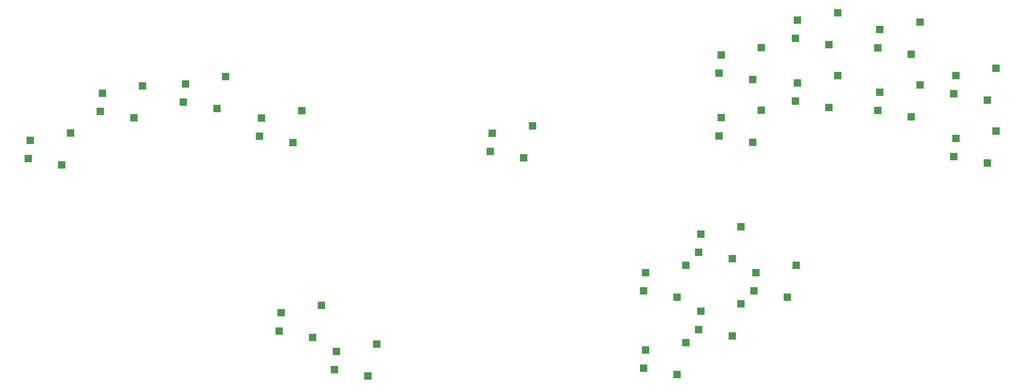
<source format=gbp>
G04 #@! TF.GenerationSoftware,KiCad,Pcbnew,(6.0.4)*
G04 #@! TF.CreationDate,2022-08-08T16:34:43-07:00*
G04 #@! TF.ProjectId,GCCMX,4743434d-582e-46b6-9963-61645f706362,rev?*
G04 #@! TF.SameCoordinates,Original*
G04 #@! TF.FileFunction,Paste,Bot*
G04 #@! TF.FilePolarity,Positive*
%FSLAX46Y46*%
G04 Gerber Fmt 4.6, Leading zero omitted, Abs format (unit mm)*
G04 Created by KiCad (PCBNEW (6.0.4)) date 2022-08-08 16:34:43*
%MOMM*%
%LPD*%
G01*
G04 APERTURE LIST*
%ADD10R,2.600000X2.600000*%
%ADD11R,2.550000X2.500000*%
G04 APERTURE END LIST*
D10*
X97569945Y-118338868D03*
D11*
X100584945Y-107308868D03*
X86734945Y-109848868D03*
D10*
X86019945Y-116138868D03*
D11*
X129208213Y-104118028D03*
D10*
X126193213Y-115148028D03*
X114643213Y-112948028D03*
D11*
X115358213Y-106658028D03*
D10*
X152375000Y-126917500D03*
D11*
X155390000Y-115887500D03*
X141540000Y-118427500D03*
D10*
X140825000Y-124717500D03*
D11*
X313778253Y-94095054D03*
D10*
X310763253Y-105125054D03*
D11*
X299928253Y-96635054D03*
D10*
X299213253Y-102925054D03*
X337043452Y-93137595D03*
D11*
X340058452Y-82107595D03*
X326208452Y-84647595D03*
D10*
X325493452Y-90937595D03*
X310763253Y-126765054D03*
D11*
X313778253Y-115735054D03*
D10*
X299213253Y-124565054D03*
D11*
X299928253Y-118275054D03*
D10*
X231875000Y-132156250D03*
D11*
X234890000Y-121126250D03*
X221040000Y-123666250D03*
D10*
X220325000Y-129956250D03*
D11*
X181209603Y-196362263D03*
D10*
X178194603Y-207392263D03*
D11*
X167359603Y-198902263D03*
D10*
X166644603Y-205192263D03*
X159169603Y-194071263D03*
D11*
X162184603Y-183041263D03*
D10*
X147619603Y-191871263D03*
D11*
X148334603Y-185581263D03*
X368407169Y-85334988D03*
D10*
X365392169Y-96364988D03*
D11*
X354557169Y-87874988D03*
D10*
X353842169Y-94164988D03*
X391616283Y-112271424D03*
D11*
X394631283Y-101241424D03*
D10*
X380066283Y-110071424D03*
D11*
X380781283Y-103781424D03*
X287717453Y-195854578D03*
D10*
X284702453Y-206884578D03*
X273152453Y-204684578D03*
D11*
X273867453Y-198394578D03*
D10*
X303727453Y-193563578D03*
D11*
X306742453Y-182533578D03*
X292892453Y-185073578D03*
D10*
X292177453Y-191363578D03*
X322752453Y-180242578D03*
D11*
X325767453Y-169212578D03*
X311917453Y-171752578D03*
D10*
X311202453Y-178042578D03*
X284702453Y-180242578D03*
D11*
X287717453Y-169212578D03*
X273867453Y-171752578D03*
D10*
X273152453Y-178042578D03*
D11*
X306742453Y-155891578D03*
D10*
X303727453Y-166921578D03*
D11*
X292892453Y-158431578D03*
D10*
X292177453Y-164721578D03*
D11*
X394631283Y-122881424D03*
D10*
X391616283Y-133911424D03*
X380066283Y-131711424D03*
D11*
X380781283Y-125421424D03*
X368407169Y-106974988D03*
D10*
X365392169Y-118004988D03*
X353842169Y-115804988D03*
D11*
X354557169Y-109514988D03*
X340058452Y-103747595D03*
D10*
X337043452Y-114777595D03*
D11*
X326208452Y-106287595D03*
D10*
X325493452Y-112577595D03*
X72703481Y-134618351D03*
D11*
X75718481Y-123588351D03*
D10*
X61153481Y-132418351D03*
D11*
X61868481Y-126128351D03*
M02*

</source>
